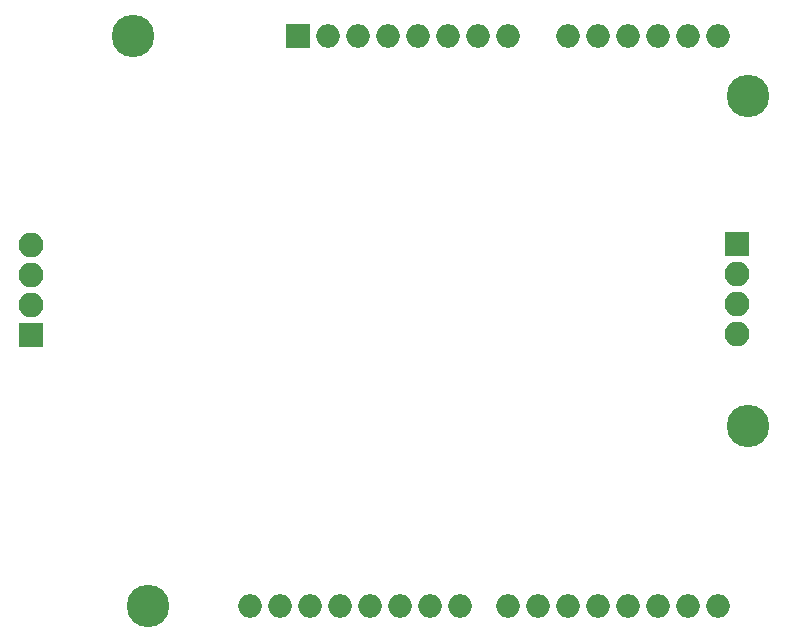
<source format=gbr>
G04 #@! TF.GenerationSoftware,KiCad,Pcbnew,(5.0.0)*
G04 #@! TF.CreationDate,2019-08-13T22:33:18+09:00*
G04 #@! TF.ProjectId,gauss_meter_hw,67617573735F6D657465725F68772E6B,rev?*
G04 #@! TF.SameCoordinates,Original*
G04 #@! TF.FileFunction,Soldermask,Bot*
G04 #@! TF.FilePolarity,Negative*
%FSLAX46Y46*%
G04 Gerber Fmt 4.6, Leading zero omitted, Abs format (unit mm)*
G04 Created by KiCad (PCBNEW (5.0.0)) date 08/13/19 22:33:18*
%MOMM*%
%LPD*%
G01*
G04 APERTURE LIST*
%ADD10O,2.000000X2.000000*%
%ADD11R,2.000000X2.000000*%
%ADD12C,3.600000*%
%ADD13R,2.100000X2.100000*%
%ADD14O,2.100000X2.100000*%
G04 APERTURE END LIST*
D10*
G04 #@! TO.C,A1*
X142745001Y-112225001D03*
X140205001Y-112225001D03*
D11*
X144265001Y-63965001D03*
D10*
X174745001Y-112225001D03*
X146805001Y-63965001D03*
X172205001Y-112225001D03*
X149345001Y-63965001D03*
X169665001Y-112225001D03*
X151885001Y-63965001D03*
X167125001Y-112225001D03*
X154425001Y-63965001D03*
X164585001Y-112225001D03*
X156965001Y-63965001D03*
X162045001Y-112225001D03*
X159505001Y-63965001D03*
X157985001Y-112225001D03*
X162045001Y-63965001D03*
X155445001Y-112225001D03*
X167125001Y-63965001D03*
X152905001Y-112225001D03*
X169665001Y-63965001D03*
X150365001Y-112225001D03*
X172205001Y-63965001D03*
X147825001Y-112225001D03*
X174745001Y-63965001D03*
X145285001Y-112225001D03*
X177285001Y-63965001D03*
X179825001Y-63965001D03*
X179825001Y-112225001D03*
X177285001Y-112225001D03*
D12*
X130295001Y-63965001D03*
X131565001Y-112225001D03*
X182365001Y-96985001D03*
X182365001Y-69045001D03*
G04 #@! TD*
D13*
G04 #@! TO.C,J1*
X181500000Y-81500000D03*
D14*
X181500000Y-84040000D03*
X181500000Y-86580000D03*
X181500000Y-89120000D03*
G04 #@! TD*
D13*
G04 #@! TO.C,J2*
X121700000Y-89280000D03*
D14*
X121700000Y-86740000D03*
X121700000Y-84200000D03*
X121700000Y-81660000D03*
G04 #@! TD*
M02*

</source>
